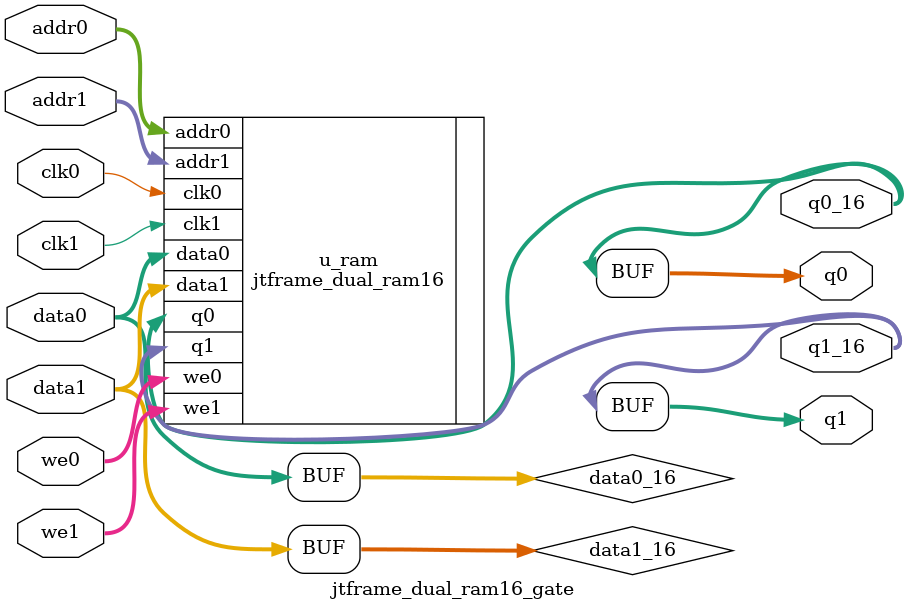
<source format=v>
/*  This file is part of JTFRAME.
    JTFRAME program is free software: you can redistribute it and/or modify
    it under the terms of the GNU General Public License as published by
    the Free Software Foundation, either version 3 of the License, or
    (at your option) any later version.

    JTFRAME program is distributed in the hope that it will be useful,
    but WITHOUT ANY WARRANTY; without even the implied warranty of
    MERCHANTABILITY or FITNESS FOR A PARTICULAR PURPOSE.  See the
    GNU General Public License for more details.

    You should have received a copy of the GNU General Public License
    along with JTFRAME.  If not, see <http://www.gnu.org/licenses/>.

    Author: Rafael Eduardo Paiva Feener. Copyright: Miki Saito
    Version: 1.0
    Date: 22-05-2025 */

// Generic 16-bit dual port RAM with clock enable
// parameters:
//      AW      => Address bit width, 10 for 2kB
//      SIMFILE => binary file to load during simulation
//      SIMHEXFILE => hexadecimal file to load during simulation

module jtframe_dual_ram16_gate #(parameter AW=10,
    DW1=8,  DW2=8, DW=DW1+DW2,
    SIMFILE_LO="", SIMHEXFILE_LO="",
    SIMFILE_HI="", SIMHEXFILE_HI="",
    VERBOSE=0,          // set to 1 to display memory writes
    VERBOSE_OFFSET=0    // value added to the address when displaying
)(
    // Port 0
    input            clk0,
    input   [DW-1:0] data0,
    input   [  AW:1] addr0,
    input   [   1:0] we0,
    output  [  15:0] q0_16,
    output  [DW-1:0] q0,
    // Port 1
    input            clk1,
    input   [DW-1:0] data1,
    input   [  AW:1] addr1,
    input   [   1:0] we1,
    output  [  15:0] q1_16,
    output  [DW-1:0] q1
);

wire [15:0] data0_16, data1_16;

assign data0_16 = {{8-DW2{1'b0}},data0[DW1+:DW2],{8-DW1{1'b0}},data0[0+:DW1]};
assign data1_16 = {{8-DW2{1'b0}},data1[DW1+:DW2],{8-DW1{1'b0}},data1[0+:DW1]};
assign q0       = {q0_16[8+:DW2],q0_16[0+:DW1]};
assign q1       = {q1_16[8+:DW2],q1_16[0+:DW1]};

jtframe_dual_ram16 #(
    .AW            ( AW             ),
    .SIMFILE_HI    ( SIMFILE_HI     ), .SIMFILE_LO    ( SIMFILE_LO     ),
    .SIMHEXFILE_HI ( SIMHEXFILE_HI  ), .SIMHEXFILE_LO ( SIMHEXFILE_LO  ),
    .VERBOSE       ( VERBOSE        ), .VERBOSE_OFFSET( VERBOSE_OFFSET )  )
u_ram(
    .clk0       ( clk0              ),
    .clk1       ( clk1              ),
    // Port 0
    .data0      ( data0_16          ), //
    .addr0      ( addr0             ),
    .we0        ( we0               ),
    .q0         ( q0_16             ), //
    // Port 1
    .data1      ( data1_16          ), //
    .addr1      ( addr1             ),
    .we1        ( we1               ),
    .q1         ( q1_16             )  //
);

endmodule
</source>
